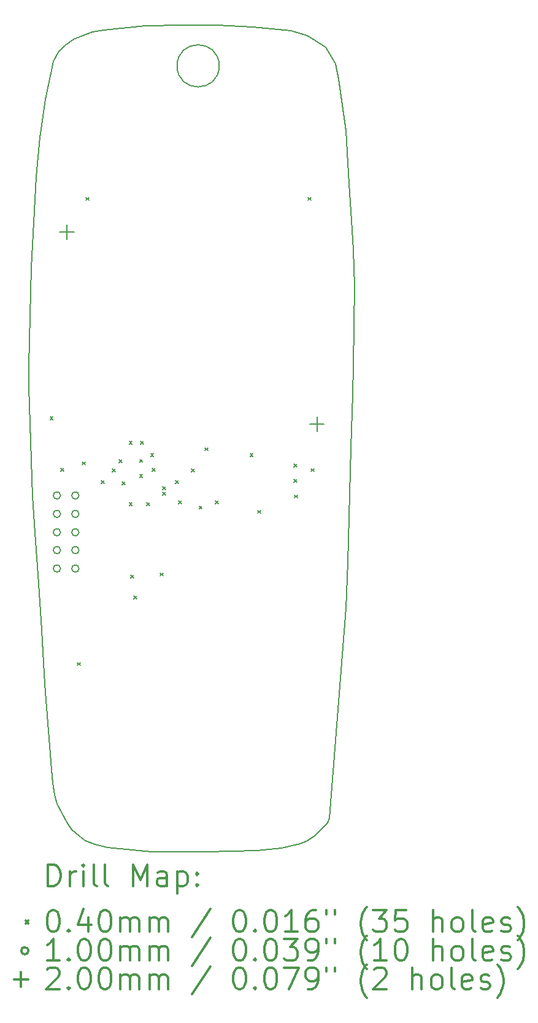
<source format=gbr>
%FSLAX45Y45*%
G04 Gerber Fmt 4.5, Leading zero omitted, Abs format (unit mm)*
G04 Created by KiCad (PCBNEW 4.0.7) date Sun Sep  2 09:00:28 2018*
%MOMM*%
%LPD*%
G01*
G04 APERTURE LIST*
%ADD10C,0.127000*%
%ADD11C,0.150000*%
%ADD12C,0.200000*%
%ADD13C,0.300000*%
G04 APERTURE END LIST*
D10*
D11*
X8060000Y-11820000D02*
X8040000Y-12450000D01*
X3835000Y-12756000D02*
X3880000Y-13500000D01*
X6285689Y-4965000D02*
G75*
G03X6285689Y-4965000I-290689J0D01*
G01*
X3695000Y-10405000D02*
X3710000Y-10905000D01*
X7810000Y-15340000D02*
X8040000Y-12450000D01*
X3990000Y-14860000D02*
X4015000Y-15020000D01*
X7785000Y-15410000D02*
X7810000Y-15340000D01*
X7605000Y-15590000D02*
X7785000Y-15410000D01*
X7505000Y-15655000D02*
X7605000Y-15590000D01*
X7400000Y-15700000D02*
X7505000Y-15655000D01*
X7150000Y-15755000D02*
X7400000Y-15700000D01*
X6810000Y-15790000D02*
X7150000Y-15755000D01*
X6105000Y-15810000D02*
X6810000Y-15790000D01*
X5350000Y-15805000D02*
X6105000Y-15810000D01*
X4745000Y-15750000D02*
X5350000Y-15805000D01*
X4575000Y-15710000D02*
X4745000Y-15750000D01*
X4440000Y-15655000D02*
X4575000Y-15710000D01*
X4350000Y-15590000D02*
X4440000Y-15655000D01*
X4255000Y-15500000D02*
X4350000Y-15590000D01*
X4185000Y-15405000D02*
X4255000Y-15500000D01*
X4050000Y-15150000D02*
X4185000Y-15405000D01*
X4015000Y-15020000D02*
X4050000Y-15150000D01*
X3970000Y-14670000D02*
X3990000Y-14860000D01*
X3880000Y-13500000D02*
X3970000Y-14670000D01*
X3790000Y-12105000D02*
X3835000Y-12755000D01*
X3740000Y-11405000D02*
X3790000Y-12105000D01*
X3710000Y-10905000D02*
X3740000Y-11405000D01*
X3660000Y-9395000D02*
X3695000Y-10405000D01*
X3660000Y-9095000D02*
X3660000Y-9395000D01*
X3695000Y-7750000D02*
X3660000Y-9095000D01*
X3760000Y-6495000D02*
X3695000Y-7750000D01*
X3810000Y-5955000D02*
X3760000Y-6495000D01*
X3885000Y-5430000D02*
X3810000Y-5955000D01*
X4000000Y-4900000D02*
X3885000Y-5430000D01*
X4065000Y-4775000D02*
X4000000Y-4900000D01*
X4155000Y-4685000D02*
X4065000Y-4775000D01*
X4280000Y-4600000D02*
X4155000Y-4685000D01*
X4400000Y-4545000D02*
X4280000Y-4600000D01*
X4540000Y-4500000D02*
X4400000Y-4545000D01*
X4690000Y-4470000D02*
X4540000Y-4500000D01*
X5265000Y-4415000D02*
X4690000Y-4470000D01*
X5765000Y-4400000D02*
X5265000Y-4415000D01*
X6260000Y-4400000D02*
X5765000Y-4400000D01*
X6750000Y-4430000D02*
X6260000Y-4400000D01*
X7270000Y-4480000D02*
X6750000Y-4430000D01*
X7500000Y-4550000D02*
X7270000Y-4480000D01*
X7755000Y-4710000D02*
X7500000Y-4550000D01*
X7890000Y-4940000D02*
X7755000Y-4710000D01*
X7935000Y-5150000D02*
X7890000Y-4940000D01*
X8035000Y-5860000D02*
X7935000Y-5150000D01*
X8080000Y-6600000D02*
X8035000Y-5860000D01*
X8110000Y-7100000D02*
X8080000Y-6600000D01*
X8135000Y-7500000D02*
X8110000Y-7100000D01*
X8155000Y-8000000D02*
X8135000Y-7500000D01*
X8140000Y-9100000D02*
X8155000Y-8000000D01*
X8130000Y-9500000D02*
X8140000Y-9100000D01*
X8105000Y-10240000D02*
X8130000Y-9500000D01*
X8060000Y-11820000D02*
X8105000Y-10240000D01*
D12*
X3951000Y-9806000D02*
X3991000Y-9846000D01*
X3991000Y-9806000D02*
X3951000Y-9846000D01*
X4102000Y-10516000D02*
X4142000Y-10556000D01*
X4142000Y-10516000D02*
X4102000Y-10556000D01*
X4328000Y-13198000D02*
X4368000Y-13238000D01*
X4368000Y-13198000D02*
X4328000Y-13238000D01*
X4393610Y-10430001D02*
X4433610Y-10470001D01*
X4433610Y-10430001D02*
X4393610Y-10470001D01*
X4450000Y-6780000D02*
X4490000Y-6820000D01*
X4490000Y-6780000D02*
X4450000Y-6820000D01*
X4658000Y-10690000D02*
X4698000Y-10730000D01*
X4698000Y-10690000D02*
X4658000Y-10730000D01*
X4814000Y-10525000D02*
X4854000Y-10565000D01*
X4854000Y-10525000D02*
X4814000Y-10565000D01*
X4905920Y-10398000D02*
X4945920Y-10438000D01*
X4945920Y-10398000D02*
X4905920Y-10438000D01*
X4949000Y-10705000D02*
X4989000Y-10745000D01*
X4989000Y-10705000D02*
X4949000Y-10745000D01*
X5043000Y-10145000D02*
X5083000Y-10185000D01*
X5083000Y-10145000D02*
X5043000Y-10185000D01*
X5043000Y-10995000D02*
X5083000Y-11035000D01*
X5083000Y-10995000D02*
X5043000Y-11035000D01*
X5067000Y-11989000D02*
X5107000Y-12029000D01*
X5107000Y-11989000D02*
X5067000Y-12029000D01*
X5110000Y-12280000D02*
X5150000Y-12320000D01*
X5150000Y-12280000D02*
X5110000Y-12320000D01*
X5188000Y-10395000D02*
X5228000Y-10435000D01*
X5228000Y-10395000D02*
X5188000Y-10435000D01*
X5188000Y-10605000D02*
X5228000Y-10645000D01*
X5228000Y-10605000D02*
X5188000Y-10645000D01*
X5203000Y-10145000D02*
X5243000Y-10185000D01*
X5243000Y-10145000D02*
X5203000Y-10185000D01*
X5283000Y-10995000D02*
X5323000Y-11035000D01*
X5323000Y-10995000D02*
X5283000Y-11035000D01*
X5341001Y-10315000D02*
X5381001Y-10355000D01*
X5381001Y-10315000D02*
X5341001Y-10355000D01*
X5361000Y-10515000D02*
X5401000Y-10555000D01*
X5401000Y-10515000D02*
X5361000Y-10555000D01*
X5473000Y-11962000D02*
X5513000Y-12002000D01*
X5513000Y-11962000D02*
X5473000Y-12002000D01*
X5508000Y-10770000D02*
X5548000Y-10810000D01*
X5548000Y-10770000D02*
X5508000Y-10810000D01*
X5508000Y-10850000D02*
X5548000Y-10890000D01*
X5548000Y-10850000D02*
X5508000Y-10890000D01*
X5682000Y-10685999D02*
X5722000Y-10725999D01*
X5722000Y-10685999D02*
X5682000Y-10725999D01*
X5722516Y-10967265D02*
X5762516Y-11007265D01*
X5762516Y-10967265D02*
X5722516Y-11007265D01*
X5900538Y-10525538D02*
X5940538Y-10565538D01*
X5940538Y-10525538D02*
X5900538Y-10565538D01*
X6009000Y-11038000D02*
X6049000Y-11078000D01*
X6049000Y-11038000D02*
X6009000Y-11078000D01*
X6090000Y-10235000D02*
X6130000Y-10275000D01*
X6130000Y-10235000D02*
X6090000Y-10275000D01*
X6231000Y-10968000D02*
X6271000Y-11008000D01*
X6271000Y-10968000D02*
X6231000Y-11008000D01*
X6713000Y-10315000D02*
X6753000Y-10355000D01*
X6753000Y-10315000D02*
X6713000Y-10355000D01*
X6819000Y-11098000D02*
X6859000Y-11138000D01*
X6859000Y-11098000D02*
X6819000Y-11138000D01*
X7320000Y-10461000D02*
X7360000Y-10501000D01*
X7360000Y-10461000D02*
X7320000Y-10501000D01*
X7320000Y-10671000D02*
X7360000Y-10711000D01*
X7360000Y-10671000D02*
X7320000Y-10711000D01*
X7325000Y-10886000D02*
X7365000Y-10926000D01*
X7365000Y-10886000D02*
X7325000Y-10926000D01*
X7510000Y-6780000D02*
X7550000Y-6820000D01*
X7550000Y-6780000D02*
X7510000Y-6820000D01*
X7556000Y-10522000D02*
X7596000Y-10562000D01*
X7596000Y-10522000D02*
X7556000Y-10562000D01*
X4096000Y-10892000D02*
G75*
G03X4096000Y-10892000I-50000J0D01*
G01*
X4096000Y-11146000D02*
G75*
G03X4096000Y-11146000I-50000J0D01*
G01*
X4096000Y-11400000D02*
G75*
G03X4096000Y-11400000I-50000J0D01*
G01*
X4096000Y-11646000D02*
G75*
G03X4096000Y-11646000I-50000J0D01*
G01*
X4096000Y-11900000D02*
G75*
G03X4096000Y-11900000I-50000J0D01*
G01*
X4350000Y-10892000D02*
G75*
G03X4350000Y-10892000I-50000J0D01*
G01*
X4350000Y-11146000D02*
G75*
G03X4350000Y-11146000I-50000J0D01*
G01*
X4350000Y-11400000D02*
G75*
G03X4350000Y-11400000I-50000J0D01*
G01*
X4350000Y-11646000D02*
G75*
G03X4350000Y-11646000I-50000J0D01*
G01*
X4350000Y-11900000D02*
G75*
G03X4350000Y-11900000I-50000J0D01*
G01*
X4185000Y-7155000D02*
X4185000Y-7355000D01*
X4085000Y-7255000D02*
X4285000Y-7255000D01*
X7635000Y-9805000D02*
X7635000Y-10005000D01*
X7535000Y-9905000D02*
X7735000Y-9905000D01*
D13*
X3923928Y-16283214D02*
X3923928Y-15983214D01*
X3995357Y-15983214D01*
X4038214Y-15997500D01*
X4066786Y-16026071D01*
X4081071Y-16054643D01*
X4095357Y-16111786D01*
X4095357Y-16154643D01*
X4081071Y-16211786D01*
X4066786Y-16240357D01*
X4038214Y-16268929D01*
X3995357Y-16283214D01*
X3923928Y-16283214D01*
X4223929Y-16283214D02*
X4223929Y-16083214D01*
X4223929Y-16140357D02*
X4238214Y-16111786D01*
X4252500Y-16097500D01*
X4281071Y-16083214D01*
X4309643Y-16083214D01*
X4409643Y-16283214D02*
X4409643Y-16083214D01*
X4409643Y-15983214D02*
X4395357Y-15997500D01*
X4409643Y-16011786D01*
X4423929Y-15997500D01*
X4409643Y-15983214D01*
X4409643Y-16011786D01*
X4595357Y-16283214D02*
X4566786Y-16268929D01*
X4552500Y-16240357D01*
X4552500Y-15983214D01*
X4752500Y-16283214D02*
X4723929Y-16268929D01*
X4709643Y-16240357D01*
X4709643Y-15983214D01*
X5095357Y-16283214D02*
X5095357Y-15983214D01*
X5195357Y-16197500D01*
X5295357Y-15983214D01*
X5295357Y-16283214D01*
X5566786Y-16283214D02*
X5566786Y-16126071D01*
X5552500Y-16097500D01*
X5523929Y-16083214D01*
X5466786Y-16083214D01*
X5438214Y-16097500D01*
X5566786Y-16268929D02*
X5538214Y-16283214D01*
X5466786Y-16283214D01*
X5438214Y-16268929D01*
X5423929Y-16240357D01*
X5423929Y-16211786D01*
X5438214Y-16183214D01*
X5466786Y-16168929D01*
X5538214Y-16168929D01*
X5566786Y-16154643D01*
X5709643Y-16083214D02*
X5709643Y-16383214D01*
X5709643Y-16097500D02*
X5738214Y-16083214D01*
X5795357Y-16083214D01*
X5823928Y-16097500D01*
X5838214Y-16111786D01*
X5852500Y-16140357D01*
X5852500Y-16226071D01*
X5838214Y-16254643D01*
X5823928Y-16268929D01*
X5795357Y-16283214D01*
X5738214Y-16283214D01*
X5709643Y-16268929D01*
X5981071Y-16254643D02*
X5995357Y-16268929D01*
X5981071Y-16283214D01*
X5966786Y-16268929D01*
X5981071Y-16254643D01*
X5981071Y-16283214D01*
X5981071Y-16097500D02*
X5995357Y-16111786D01*
X5981071Y-16126071D01*
X5966786Y-16111786D01*
X5981071Y-16097500D01*
X5981071Y-16126071D01*
X3612500Y-16757500D02*
X3652500Y-16797500D01*
X3652500Y-16757500D02*
X3612500Y-16797500D01*
X3981071Y-16613214D02*
X4009643Y-16613214D01*
X4038214Y-16627500D01*
X4052500Y-16641786D01*
X4066786Y-16670357D01*
X4081071Y-16727500D01*
X4081071Y-16798929D01*
X4066786Y-16856072D01*
X4052500Y-16884643D01*
X4038214Y-16898929D01*
X4009643Y-16913214D01*
X3981071Y-16913214D01*
X3952500Y-16898929D01*
X3938214Y-16884643D01*
X3923928Y-16856072D01*
X3909643Y-16798929D01*
X3909643Y-16727500D01*
X3923928Y-16670357D01*
X3938214Y-16641786D01*
X3952500Y-16627500D01*
X3981071Y-16613214D01*
X4209643Y-16884643D02*
X4223929Y-16898929D01*
X4209643Y-16913214D01*
X4195357Y-16898929D01*
X4209643Y-16884643D01*
X4209643Y-16913214D01*
X4481071Y-16713214D02*
X4481071Y-16913214D01*
X4409643Y-16598929D02*
X4338214Y-16813214D01*
X4523928Y-16813214D01*
X4695357Y-16613214D02*
X4723929Y-16613214D01*
X4752500Y-16627500D01*
X4766786Y-16641786D01*
X4781071Y-16670357D01*
X4795357Y-16727500D01*
X4795357Y-16798929D01*
X4781071Y-16856072D01*
X4766786Y-16884643D01*
X4752500Y-16898929D01*
X4723929Y-16913214D01*
X4695357Y-16913214D01*
X4666786Y-16898929D01*
X4652500Y-16884643D01*
X4638214Y-16856072D01*
X4623929Y-16798929D01*
X4623929Y-16727500D01*
X4638214Y-16670357D01*
X4652500Y-16641786D01*
X4666786Y-16627500D01*
X4695357Y-16613214D01*
X4923929Y-16913214D02*
X4923929Y-16713214D01*
X4923929Y-16741786D02*
X4938214Y-16727500D01*
X4966786Y-16713214D01*
X5009643Y-16713214D01*
X5038214Y-16727500D01*
X5052500Y-16756071D01*
X5052500Y-16913214D01*
X5052500Y-16756071D02*
X5066786Y-16727500D01*
X5095357Y-16713214D01*
X5138214Y-16713214D01*
X5166786Y-16727500D01*
X5181071Y-16756071D01*
X5181071Y-16913214D01*
X5323929Y-16913214D02*
X5323929Y-16713214D01*
X5323929Y-16741786D02*
X5338214Y-16727500D01*
X5366786Y-16713214D01*
X5409643Y-16713214D01*
X5438214Y-16727500D01*
X5452500Y-16756071D01*
X5452500Y-16913214D01*
X5452500Y-16756071D02*
X5466786Y-16727500D01*
X5495357Y-16713214D01*
X5538214Y-16713214D01*
X5566786Y-16727500D01*
X5581071Y-16756071D01*
X5581071Y-16913214D01*
X6166786Y-16598929D02*
X5909643Y-16984643D01*
X6552500Y-16613214D02*
X6581071Y-16613214D01*
X6609643Y-16627500D01*
X6623928Y-16641786D01*
X6638214Y-16670357D01*
X6652500Y-16727500D01*
X6652500Y-16798929D01*
X6638214Y-16856072D01*
X6623928Y-16884643D01*
X6609643Y-16898929D01*
X6581071Y-16913214D01*
X6552500Y-16913214D01*
X6523928Y-16898929D01*
X6509643Y-16884643D01*
X6495357Y-16856072D01*
X6481071Y-16798929D01*
X6481071Y-16727500D01*
X6495357Y-16670357D01*
X6509643Y-16641786D01*
X6523928Y-16627500D01*
X6552500Y-16613214D01*
X6781071Y-16884643D02*
X6795357Y-16898929D01*
X6781071Y-16913214D01*
X6766786Y-16898929D01*
X6781071Y-16884643D01*
X6781071Y-16913214D01*
X6981071Y-16613214D02*
X7009643Y-16613214D01*
X7038214Y-16627500D01*
X7052500Y-16641786D01*
X7066785Y-16670357D01*
X7081071Y-16727500D01*
X7081071Y-16798929D01*
X7066785Y-16856072D01*
X7052500Y-16884643D01*
X7038214Y-16898929D01*
X7009643Y-16913214D01*
X6981071Y-16913214D01*
X6952500Y-16898929D01*
X6938214Y-16884643D01*
X6923928Y-16856072D01*
X6909643Y-16798929D01*
X6909643Y-16727500D01*
X6923928Y-16670357D01*
X6938214Y-16641786D01*
X6952500Y-16627500D01*
X6981071Y-16613214D01*
X7366785Y-16913214D02*
X7195357Y-16913214D01*
X7281071Y-16913214D02*
X7281071Y-16613214D01*
X7252500Y-16656071D01*
X7223928Y-16684643D01*
X7195357Y-16698929D01*
X7623928Y-16613214D02*
X7566785Y-16613214D01*
X7538214Y-16627500D01*
X7523928Y-16641786D01*
X7495357Y-16684643D01*
X7481071Y-16741786D01*
X7481071Y-16856072D01*
X7495357Y-16884643D01*
X7509643Y-16898929D01*
X7538214Y-16913214D01*
X7595357Y-16913214D01*
X7623928Y-16898929D01*
X7638214Y-16884643D01*
X7652500Y-16856072D01*
X7652500Y-16784643D01*
X7638214Y-16756071D01*
X7623928Y-16741786D01*
X7595357Y-16727500D01*
X7538214Y-16727500D01*
X7509643Y-16741786D01*
X7495357Y-16756071D01*
X7481071Y-16784643D01*
X7766786Y-16613214D02*
X7766786Y-16670357D01*
X7881071Y-16613214D02*
X7881071Y-16670357D01*
X8323928Y-17027500D02*
X8309643Y-17013214D01*
X8281071Y-16970357D01*
X8266785Y-16941786D01*
X8252500Y-16898929D01*
X8238214Y-16827500D01*
X8238214Y-16770357D01*
X8252500Y-16698929D01*
X8266785Y-16656071D01*
X8281071Y-16627500D01*
X8309643Y-16584643D01*
X8323928Y-16570357D01*
X8409643Y-16613214D02*
X8595357Y-16613214D01*
X8495357Y-16727500D01*
X8538214Y-16727500D01*
X8566786Y-16741786D01*
X8581071Y-16756071D01*
X8595357Y-16784643D01*
X8595357Y-16856072D01*
X8581071Y-16884643D01*
X8566786Y-16898929D01*
X8538214Y-16913214D01*
X8452500Y-16913214D01*
X8423928Y-16898929D01*
X8409643Y-16884643D01*
X8866786Y-16613214D02*
X8723928Y-16613214D01*
X8709643Y-16756071D01*
X8723928Y-16741786D01*
X8752500Y-16727500D01*
X8823928Y-16727500D01*
X8852500Y-16741786D01*
X8866786Y-16756071D01*
X8881071Y-16784643D01*
X8881071Y-16856072D01*
X8866786Y-16884643D01*
X8852500Y-16898929D01*
X8823928Y-16913214D01*
X8752500Y-16913214D01*
X8723928Y-16898929D01*
X8709643Y-16884643D01*
X9238214Y-16913214D02*
X9238214Y-16613214D01*
X9366786Y-16913214D02*
X9366786Y-16756071D01*
X9352500Y-16727500D01*
X9323928Y-16713214D01*
X9281071Y-16713214D01*
X9252500Y-16727500D01*
X9238214Y-16741786D01*
X9552500Y-16913214D02*
X9523928Y-16898929D01*
X9509643Y-16884643D01*
X9495357Y-16856072D01*
X9495357Y-16770357D01*
X9509643Y-16741786D01*
X9523928Y-16727500D01*
X9552500Y-16713214D01*
X9595357Y-16713214D01*
X9623928Y-16727500D01*
X9638214Y-16741786D01*
X9652500Y-16770357D01*
X9652500Y-16856072D01*
X9638214Y-16884643D01*
X9623928Y-16898929D01*
X9595357Y-16913214D01*
X9552500Y-16913214D01*
X9823928Y-16913214D02*
X9795357Y-16898929D01*
X9781071Y-16870357D01*
X9781071Y-16613214D01*
X10052500Y-16898929D02*
X10023929Y-16913214D01*
X9966786Y-16913214D01*
X9938214Y-16898929D01*
X9923929Y-16870357D01*
X9923929Y-16756071D01*
X9938214Y-16727500D01*
X9966786Y-16713214D01*
X10023929Y-16713214D01*
X10052500Y-16727500D01*
X10066786Y-16756071D01*
X10066786Y-16784643D01*
X9923929Y-16813214D01*
X10181071Y-16898929D02*
X10209643Y-16913214D01*
X10266786Y-16913214D01*
X10295357Y-16898929D01*
X10309643Y-16870357D01*
X10309643Y-16856072D01*
X10295357Y-16827500D01*
X10266786Y-16813214D01*
X10223929Y-16813214D01*
X10195357Y-16798929D01*
X10181071Y-16770357D01*
X10181071Y-16756071D01*
X10195357Y-16727500D01*
X10223929Y-16713214D01*
X10266786Y-16713214D01*
X10295357Y-16727500D01*
X10409643Y-17027500D02*
X10423929Y-17013214D01*
X10452500Y-16970357D01*
X10466786Y-16941786D01*
X10481071Y-16898929D01*
X10495357Y-16827500D01*
X10495357Y-16770357D01*
X10481071Y-16698929D01*
X10466786Y-16656071D01*
X10452500Y-16627500D01*
X10423929Y-16584643D01*
X10409643Y-16570357D01*
X3652500Y-17173500D02*
G75*
G03X3652500Y-17173500I-50000J0D01*
G01*
X4081071Y-17309214D02*
X3909643Y-17309214D01*
X3995357Y-17309214D02*
X3995357Y-17009214D01*
X3966786Y-17052072D01*
X3938214Y-17080643D01*
X3909643Y-17094929D01*
X4209643Y-17280643D02*
X4223929Y-17294929D01*
X4209643Y-17309214D01*
X4195357Y-17294929D01*
X4209643Y-17280643D01*
X4209643Y-17309214D01*
X4409643Y-17009214D02*
X4438214Y-17009214D01*
X4466786Y-17023500D01*
X4481071Y-17037786D01*
X4495357Y-17066357D01*
X4509643Y-17123500D01*
X4509643Y-17194929D01*
X4495357Y-17252072D01*
X4481071Y-17280643D01*
X4466786Y-17294929D01*
X4438214Y-17309214D01*
X4409643Y-17309214D01*
X4381071Y-17294929D01*
X4366786Y-17280643D01*
X4352500Y-17252072D01*
X4338214Y-17194929D01*
X4338214Y-17123500D01*
X4352500Y-17066357D01*
X4366786Y-17037786D01*
X4381071Y-17023500D01*
X4409643Y-17009214D01*
X4695357Y-17009214D02*
X4723929Y-17009214D01*
X4752500Y-17023500D01*
X4766786Y-17037786D01*
X4781071Y-17066357D01*
X4795357Y-17123500D01*
X4795357Y-17194929D01*
X4781071Y-17252072D01*
X4766786Y-17280643D01*
X4752500Y-17294929D01*
X4723929Y-17309214D01*
X4695357Y-17309214D01*
X4666786Y-17294929D01*
X4652500Y-17280643D01*
X4638214Y-17252072D01*
X4623929Y-17194929D01*
X4623929Y-17123500D01*
X4638214Y-17066357D01*
X4652500Y-17037786D01*
X4666786Y-17023500D01*
X4695357Y-17009214D01*
X4923929Y-17309214D02*
X4923929Y-17109214D01*
X4923929Y-17137786D02*
X4938214Y-17123500D01*
X4966786Y-17109214D01*
X5009643Y-17109214D01*
X5038214Y-17123500D01*
X5052500Y-17152072D01*
X5052500Y-17309214D01*
X5052500Y-17152072D02*
X5066786Y-17123500D01*
X5095357Y-17109214D01*
X5138214Y-17109214D01*
X5166786Y-17123500D01*
X5181071Y-17152072D01*
X5181071Y-17309214D01*
X5323929Y-17309214D02*
X5323929Y-17109214D01*
X5323929Y-17137786D02*
X5338214Y-17123500D01*
X5366786Y-17109214D01*
X5409643Y-17109214D01*
X5438214Y-17123500D01*
X5452500Y-17152072D01*
X5452500Y-17309214D01*
X5452500Y-17152072D02*
X5466786Y-17123500D01*
X5495357Y-17109214D01*
X5538214Y-17109214D01*
X5566786Y-17123500D01*
X5581071Y-17152072D01*
X5581071Y-17309214D01*
X6166786Y-16994929D02*
X5909643Y-17380643D01*
X6552500Y-17009214D02*
X6581071Y-17009214D01*
X6609643Y-17023500D01*
X6623928Y-17037786D01*
X6638214Y-17066357D01*
X6652500Y-17123500D01*
X6652500Y-17194929D01*
X6638214Y-17252072D01*
X6623928Y-17280643D01*
X6609643Y-17294929D01*
X6581071Y-17309214D01*
X6552500Y-17309214D01*
X6523928Y-17294929D01*
X6509643Y-17280643D01*
X6495357Y-17252072D01*
X6481071Y-17194929D01*
X6481071Y-17123500D01*
X6495357Y-17066357D01*
X6509643Y-17037786D01*
X6523928Y-17023500D01*
X6552500Y-17009214D01*
X6781071Y-17280643D02*
X6795357Y-17294929D01*
X6781071Y-17309214D01*
X6766786Y-17294929D01*
X6781071Y-17280643D01*
X6781071Y-17309214D01*
X6981071Y-17009214D02*
X7009643Y-17009214D01*
X7038214Y-17023500D01*
X7052500Y-17037786D01*
X7066785Y-17066357D01*
X7081071Y-17123500D01*
X7081071Y-17194929D01*
X7066785Y-17252072D01*
X7052500Y-17280643D01*
X7038214Y-17294929D01*
X7009643Y-17309214D01*
X6981071Y-17309214D01*
X6952500Y-17294929D01*
X6938214Y-17280643D01*
X6923928Y-17252072D01*
X6909643Y-17194929D01*
X6909643Y-17123500D01*
X6923928Y-17066357D01*
X6938214Y-17037786D01*
X6952500Y-17023500D01*
X6981071Y-17009214D01*
X7181071Y-17009214D02*
X7366785Y-17009214D01*
X7266785Y-17123500D01*
X7309643Y-17123500D01*
X7338214Y-17137786D01*
X7352500Y-17152072D01*
X7366785Y-17180643D01*
X7366785Y-17252072D01*
X7352500Y-17280643D01*
X7338214Y-17294929D01*
X7309643Y-17309214D01*
X7223928Y-17309214D01*
X7195357Y-17294929D01*
X7181071Y-17280643D01*
X7509643Y-17309214D02*
X7566785Y-17309214D01*
X7595357Y-17294929D01*
X7609643Y-17280643D01*
X7638214Y-17237786D01*
X7652500Y-17180643D01*
X7652500Y-17066357D01*
X7638214Y-17037786D01*
X7623928Y-17023500D01*
X7595357Y-17009214D01*
X7538214Y-17009214D01*
X7509643Y-17023500D01*
X7495357Y-17037786D01*
X7481071Y-17066357D01*
X7481071Y-17137786D01*
X7495357Y-17166357D01*
X7509643Y-17180643D01*
X7538214Y-17194929D01*
X7595357Y-17194929D01*
X7623928Y-17180643D01*
X7638214Y-17166357D01*
X7652500Y-17137786D01*
X7766786Y-17009214D02*
X7766786Y-17066357D01*
X7881071Y-17009214D02*
X7881071Y-17066357D01*
X8323928Y-17423500D02*
X8309643Y-17409214D01*
X8281071Y-17366357D01*
X8266785Y-17337786D01*
X8252500Y-17294929D01*
X8238214Y-17223500D01*
X8238214Y-17166357D01*
X8252500Y-17094929D01*
X8266785Y-17052072D01*
X8281071Y-17023500D01*
X8309643Y-16980643D01*
X8323928Y-16966357D01*
X8595357Y-17309214D02*
X8423928Y-17309214D01*
X8509643Y-17309214D02*
X8509643Y-17009214D01*
X8481071Y-17052072D01*
X8452500Y-17080643D01*
X8423928Y-17094929D01*
X8781071Y-17009214D02*
X8809643Y-17009214D01*
X8838214Y-17023500D01*
X8852500Y-17037786D01*
X8866786Y-17066357D01*
X8881071Y-17123500D01*
X8881071Y-17194929D01*
X8866786Y-17252072D01*
X8852500Y-17280643D01*
X8838214Y-17294929D01*
X8809643Y-17309214D01*
X8781071Y-17309214D01*
X8752500Y-17294929D01*
X8738214Y-17280643D01*
X8723928Y-17252072D01*
X8709643Y-17194929D01*
X8709643Y-17123500D01*
X8723928Y-17066357D01*
X8738214Y-17037786D01*
X8752500Y-17023500D01*
X8781071Y-17009214D01*
X9238214Y-17309214D02*
X9238214Y-17009214D01*
X9366786Y-17309214D02*
X9366786Y-17152072D01*
X9352500Y-17123500D01*
X9323928Y-17109214D01*
X9281071Y-17109214D01*
X9252500Y-17123500D01*
X9238214Y-17137786D01*
X9552500Y-17309214D02*
X9523928Y-17294929D01*
X9509643Y-17280643D01*
X9495357Y-17252072D01*
X9495357Y-17166357D01*
X9509643Y-17137786D01*
X9523928Y-17123500D01*
X9552500Y-17109214D01*
X9595357Y-17109214D01*
X9623928Y-17123500D01*
X9638214Y-17137786D01*
X9652500Y-17166357D01*
X9652500Y-17252072D01*
X9638214Y-17280643D01*
X9623928Y-17294929D01*
X9595357Y-17309214D01*
X9552500Y-17309214D01*
X9823928Y-17309214D02*
X9795357Y-17294929D01*
X9781071Y-17266357D01*
X9781071Y-17009214D01*
X10052500Y-17294929D02*
X10023929Y-17309214D01*
X9966786Y-17309214D01*
X9938214Y-17294929D01*
X9923929Y-17266357D01*
X9923929Y-17152072D01*
X9938214Y-17123500D01*
X9966786Y-17109214D01*
X10023929Y-17109214D01*
X10052500Y-17123500D01*
X10066786Y-17152072D01*
X10066786Y-17180643D01*
X9923929Y-17209214D01*
X10181071Y-17294929D02*
X10209643Y-17309214D01*
X10266786Y-17309214D01*
X10295357Y-17294929D01*
X10309643Y-17266357D01*
X10309643Y-17252072D01*
X10295357Y-17223500D01*
X10266786Y-17209214D01*
X10223929Y-17209214D01*
X10195357Y-17194929D01*
X10181071Y-17166357D01*
X10181071Y-17152072D01*
X10195357Y-17123500D01*
X10223929Y-17109214D01*
X10266786Y-17109214D01*
X10295357Y-17123500D01*
X10409643Y-17423500D02*
X10423929Y-17409214D01*
X10452500Y-17366357D01*
X10466786Y-17337786D01*
X10481071Y-17294929D01*
X10495357Y-17223500D01*
X10495357Y-17166357D01*
X10481071Y-17094929D01*
X10466786Y-17052072D01*
X10452500Y-17023500D01*
X10423929Y-16980643D01*
X10409643Y-16966357D01*
X3552500Y-17469500D02*
X3552500Y-17669500D01*
X3452500Y-17569500D02*
X3652500Y-17569500D01*
X3909643Y-17433786D02*
X3923928Y-17419500D01*
X3952500Y-17405214D01*
X4023928Y-17405214D01*
X4052500Y-17419500D01*
X4066786Y-17433786D01*
X4081071Y-17462357D01*
X4081071Y-17490929D01*
X4066786Y-17533786D01*
X3895357Y-17705214D01*
X4081071Y-17705214D01*
X4209643Y-17676643D02*
X4223929Y-17690929D01*
X4209643Y-17705214D01*
X4195357Y-17690929D01*
X4209643Y-17676643D01*
X4209643Y-17705214D01*
X4409643Y-17405214D02*
X4438214Y-17405214D01*
X4466786Y-17419500D01*
X4481071Y-17433786D01*
X4495357Y-17462357D01*
X4509643Y-17519500D01*
X4509643Y-17590929D01*
X4495357Y-17648072D01*
X4481071Y-17676643D01*
X4466786Y-17690929D01*
X4438214Y-17705214D01*
X4409643Y-17705214D01*
X4381071Y-17690929D01*
X4366786Y-17676643D01*
X4352500Y-17648072D01*
X4338214Y-17590929D01*
X4338214Y-17519500D01*
X4352500Y-17462357D01*
X4366786Y-17433786D01*
X4381071Y-17419500D01*
X4409643Y-17405214D01*
X4695357Y-17405214D02*
X4723929Y-17405214D01*
X4752500Y-17419500D01*
X4766786Y-17433786D01*
X4781071Y-17462357D01*
X4795357Y-17519500D01*
X4795357Y-17590929D01*
X4781071Y-17648072D01*
X4766786Y-17676643D01*
X4752500Y-17690929D01*
X4723929Y-17705214D01*
X4695357Y-17705214D01*
X4666786Y-17690929D01*
X4652500Y-17676643D01*
X4638214Y-17648072D01*
X4623929Y-17590929D01*
X4623929Y-17519500D01*
X4638214Y-17462357D01*
X4652500Y-17433786D01*
X4666786Y-17419500D01*
X4695357Y-17405214D01*
X4923929Y-17705214D02*
X4923929Y-17505214D01*
X4923929Y-17533786D02*
X4938214Y-17519500D01*
X4966786Y-17505214D01*
X5009643Y-17505214D01*
X5038214Y-17519500D01*
X5052500Y-17548072D01*
X5052500Y-17705214D01*
X5052500Y-17548072D02*
X5066786Y-17519500D01*
X5095357Y-17505214D01*
X5138214Y-17505214D01*
X5166786Y-17519500D01*
X5181071Y-17548072D01*
X5181071Y-17705214D01*
X5323929Y-17705214D02*
X5323929Y-17505214D01*
X5323929Y-17533786D02*
X5338214Y-17519500D01*
X5366786Y-17505214D01*
X5409643Y-17505214D01*
X5438214Y-17519500D01*
X5452500Y-17548072D01*
X5452500Y-17705214D01*
X5452500Y-17548072D02*
X5466786Y-17519500D01*
X5495357Y-17505214D01*
X5538214Y-17505214D01*
X5566786Y-17519500D01*
X5581071Y-17548072D01*
X5581071Y-17705214D01*
X6166786Y-17390929D02*
X5909643Y-17776643D01*
X6552500Y-17405214D02*
X6581071Y-17405214D01*
X6609643Y-17419500D01*
X6623928Y-17433786D01*
X6638214Y-17462357D01*
X6652500Y-17519500D01*
X6652500Y-17590929D01*
X6638214Y-17648072D01*
X6623928Y-17676643D01*
X6609643Y-17690929D01*
X6581071Y-17705214D01*
X6552500Y-17705214D01*
X6523928Y-17690929D01*
X6509643Y-17676643D01*
X6495357Y-17648072D01*
X6481071Y-17590929D01*
X6481071Y-17519500D01*
X6495357Y-17462357D01*
X6509643Y-17433786D01*
X6523928Y-17419500D01*
X6552500Y-17405214D01*
X6781071Y-17676643D02*
X6795357Y-17690929D01*
X6781071Y-17705214D01*
X6766786Y-17690929D01*
X6781071Y-17676643D01*
X6781071Y-17705214D01*
X6981071Y-17405214D02*
X7009643Y-17405214D01*
X7038214Y-17419500D01*
X7052500Y-17433786D01*
X7066785Y-17462357D01*
X7081071Y-17519500D01*
X7081071Y-17590929D01*
X7066785Y-17648072D01*
X7052500Y-17676643D01*
X7038214Y-17690929D01*
X7009643Y-17705214D01*
X6981071Y-17705214D01*
X6952500Y-17690929D01*
X6938214Y-17676643D01*
X6923928Y-17648072D01*
X6909643Y-17590929D01*
X6909643Y-17519500D01*
X6923928Y-17462357D01*
X6938214Y-17433786D01*
X6952500Y-17419500D01*
X6981071Y-17405214D01*
X7181071Y-17405214D02*
X7381071Y-17405214D01*
X7252500Y-17705214D01*
X7509643Y-17705214D02*
X7566785Y-17705214D01*
X7595357Y-17690929D01*
X7609643Y-17676643D01*
X7638214Y-17633786D01*
X7652500Y-17576643D01*
X7652500Y-17462357D01*
X7638214Y-17433786D01*
X7623928Y-17419500D01*
X7595357Y-17405214D01*
X7538214Y-17405214D01*
X7509643Y-17419500D01*
X7495357Y-17433786D01*
X7481071Y-17462357D01*
X7481071Y-17533786D01*
X7495357Y-17562357D01*
X7509643Y-17576643D01*
X7538214Y-17590929D01*
X7595357Y-17590929D01*
X7623928Y-17576643D01*
X7638214Y-17562357D01*
X7652500Y-17533786D01*
X7766786Y-17405214D02*
X7766786Y-17462357D01*
X7881071Y-17405214D02*
X7881071Y-17462357D01*
X8323928Y-17819500D02*
X8309643Y-17805214D01*
X8281071Y-17762357D01*
X8266785Y-17733786D01*
X8252500Y-17690929D01*
X8238214Y-17619500D01*
X8238214Y-17562357D01*
X8252500Y-17490929D01*
X8266785Y-17448072D01*
X8281071Y-17419500D01*
X8309643Y-17376643D01*
X8323928Y-17362357D01*
X8423928Y-17433786D02*
X8438214Y-17419500D01*
X8466786Y-17405214D01*
X8538214Y-17405214D01*
X8566786Y-17419500D01*
X8581071Y-17433786D01*
X8595357Y-17462357D01*
X8595357Y-17490929D01*
X8581071Y-17533786D01*
X8409643Y-17705214D01*
X8595357Y-17705214D01*
X8952500Y-17705214D02*
X8952500Y-17405214D01*
X9081071Y-17705214D02*
X9081071Y-17548072D01*
X9066786Y-17519500D01*
X9038214Y-17505214D01*
X8995357Y-17505214D01*
X8966786Y-17519500D01*
X8952500Y-17533786D01*
X9266786Y-17705214D02*
X9238214Y-17690929D01*
X9223928Y-17676643D01*
X9209643Y-17648072D01*
X9209643Y-17562357D01*
X9223928Y-17533786D01*
X9238214Y-17519500D01*
X9266786Y-17505214D01*
X9309643Y-17505214D01*
X9338214Y-17519500D01*
X9352500Y-17533786D01*
X9366786Y-17562357D01*
X9366786Y-17648072D01*
X9352500Y-17676643D01*
X9338214Y-17690929D01*
X9309643Y-17705214D01*
X9266786Y-17705214D01*
X9538214Y-17705214D02*
X9509643Y-17690929D01*
X9495357Y-17662357D01*
X9495357Y-17405214D01*
X9766786Y-17690929D02*
X9738214Y-17705214D01*
X9681071Y-17705214D01*
X9652500Y-17690929D01*
X9638214Y-17662357D01*
X9638214Y-17548072D01*
X9652500Y-17519500D01*
X9681071Y-17505214D01*
X9738214Y-17505214D01*
X9766786Y-17519500D01*
X9781071Y-17548072D01*
X9781071Y-17576643D01*
X9638214Y-17605214D01*
X9895357Y-17690929D02*
X9923929Y-17705214D01*
X9981071Y-17705214D01*
X10009643Y-17690929D01*
X10023929Y-17662357D01*
X10023929Y-17648072D01*
X10009643Y-17619500D01*
X9981071Y-17605214D01*
X9938214Y-17605214D01*
X9909643Y-17590929D01*
X9895357Y-17562357D01*
X9895357Y-17548072D01*
X9909643Y-17519500D01*
X9938214Y-17505214D01*
X9981071Y-17505214D01*
X10009643Y-17519500D01*
X10123928Y-17819500D02*
X10138214Y-17805214D01*
X10166786Y-17762357D01*
X10181071Y-17733786D01*
X10195357Y-17690929D01*
X10209643Y-17619500D01*
X10209643Y-17562357D01*
X10195357Y-17490929D01*
X10181071Y-17448072D01*
X10166786Y-17419500D01*
X10138214Y-17376643D01*
X10123928Y-17362357D01*
M02*

</source>
